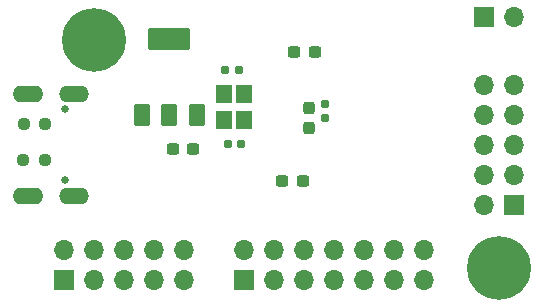
<source format=gbr>
%TF.GenerationSoftware,KiCad,Pcbnew,7.0.6*%
%TF.CreationDate,2023-11-02T18:38:28-04:00*%
%TF.ProjectId,FT2232_Board,46543232-3332-45f4-926f-6172642e6b69,rev?*%
%TF.SameCoordinates,Original*%
%TF.FileFunction,Soldermask,Bot*%
%TF.FilePolarity,Negative*%
%FSLAX46Y46*%
G04 Gerber Fmt 4.6, Leading zero omitted, Abs format (unit mm)*
G04 Created by KiCad (PCBNEW 7.0.6) date 2023-11-02 18:38:28*
%MOMM*%
%LPD*%
G01*
G04 APERTURE LIST*
G04 Aperture macros list*
%AMRoundRect*
0 Rectangle with rounded corners*
0 $1 Rounding radius*
0 $2 $3 $4 $5 $6 $7 $8 $9 X,Y pos of 4 corners*
0 Add a 4 corners polygon primitive as box body*
4,1,4,$2,$3,$4,$5,$6,$7,$8,$9,$2,$3,0*
0 Add four circle primitives for the rounded corners*
1,1,$1+$1,$2,$3*
1,1,$1+$1,$4,$5*
1,1,$1+$1,$6,$7*
1,1,$1+$1,$8,$9*
0 Add four rect primitives between the rounded corners*
20,1,$1+$1,$2,$3,$4,$5,0*
20,1,$1+$1,$4,$5,$6,$7,0*
20,1,$1+$1,$6,$7,$8,$9,0*
20,1,$1+$1,$8,$9,$2,$3,0*%
G04 Aperture macros list end*
%ADD10C,0.630000*%
%ADD11C,0.600000*%
%ADD12O,2.520000X1.362000*%
%ADD13O,2.604000X1.404000*%
%ADD14C,0.800000*%
%ADD15C,5.400000*%
%ADD16RoundRect,0.102000X0.600000X0.700000X-0.600000X0.700000X-0.600000X-0.700000X0.600000X-0.700000X0*%
%ADD17RoundRect,0.102000X1.650000X0.800000X-1.650000X0.800000X-1.650000X-0.800000X1.650000X-0.800000X0*%
%ADD18RoundRect,0.102000X0.600000X0.800000X-0.600000X0.800000X-0.600000X-0.800000X0.600000X-0.800000X0*%
%ADD19RoundRect,0.237500X0.250000X0.237500X-0.250000X0.237500X-0.250000X-0.237500X0.250000X-0.237500X0*%
%ADD20RoundRect,0.237500X-0.250000X-0.237500X0.250000X-0.237500X0.250000X0.237500X-0.250000X0.237500X0*%
%ADD21R,1.700000X1.700000*%
%ADD22O,1.700000X1.700000*%
%ADD23RoundRect,0.160000X-0.160000X0.197500X-0.160000X-0.197500X0.160000X-0.197500X0.160000X0.197500X0*%
%ADD24RoundRect,0.237500X-0.300000X-0.237500X0.300000X-0.237500X0.300000X0.237500X-0.300000X0.237500X0*%
%ADD25RoundRect,0.155000X-0.212500X-0.155000X0.212500X-0.155000X0.212500X0.155000X-0.212500X0.155000X0*%
%ADD26RoundRect,0.155000X0.212500X0.155000X-0.212500X0.155000X-0.212500X-0.155000X0.212500X-0.155000X0*%
%ADD27RoundRect,0.237500X0.300000X0.237500X-0.300000X0.237500X-0.300000X-0.237500X0.300000X-0.237500X0*%
%ADD28RoundRect,0.237500X-0.237500X0.300000X-0.237500X-0.300000X0.237500X-0.300000X0.237500X0.300000X0*%
G04 APERTURE END LIST*
D10*
%TO.C,J1*%
X111798500Y-84628000D03*
D11*
X111798500Y-90628000D03*
D10*
X111798500Y-90628000D03*
D12*
X112523500Y-83308000D03*
X112523500Y-91948000D03*
D13*
X108698500Y-83308000D03*
X108698500Y-91948000D03*
%TD*%
D14*
%TO.C,H2*%
X147107309Y-99475891D03*
D15*
X148539200Y-98044000D03*
D14*
X148539200Y-100069000D03*
X149971091Y-96612109D03*
X146514200Y-98044000D03*
X148539200Y-96019000D03*
X150564200Y-98044000D03*
X149971091Y-99475891D03*
X147107309Y-96612109D03*
%TD*%
%TO.C,H1*%
X112868109Y-80171891D03*
D15*
X114300000Y-78740000D03*
D14*
X114300000Y-80765000D03*
X115731891Y-77308109D03*
X112275000Y-78740000D03*
X114300000Y-76715000D03*
X116325000Y-78740000D03*
X115731891Y-80171891D03*
X112868109Y-77308109D03*
%TD*%
D16*
%TO.C,Y1*%
X126986400Y-83329600D03*
X126986400Y-85529600D03*
X125286400Y-85529600D03*
X125286400Y-83329600D03*
%TD*%
D17*
%TO.C,U3*%
X120650000Y-78678428D03*
D18*
X118350000Y-85078428D03*
X120650000Y-85078428D03*
X122950000Y-85078428D03*
%TD*%
D19*
%TO.C,R8*%
X110109000Y-88900000D03*
X108284000Y-88900000D03*
%TD*%
D20*
%TO.C,R9*%
X108307500Y-85852000D03*
X110132500Y-85852000D03*
%TD*%
D21*
%TO.C,J4*%
X147315000Y-76835000D03*
D22*
X149855000Y-76835000D03*
%TD*%
D21*
%TO.C,J3*%
X127000000Y-99060000D03*
D22*
X127000000Y-96520000D03*
X129540000Y-99060000D03*
X129540000Y-96520000D03*
X132080000Y-99060000D03*
X132080000Y-96520000D03*
X134620000Y-99060000D03*
X134620000Y-96520000D03*
X137160000Y-99060000D03*
X137160000Y-96520000D03*
X139700000Y-99060000D03*
X139700000Y-96520000D03*
X142240000Y-99060000D03*
X142240000Y-96520000D03*
%TD*%
D21*
%TO.C,J5*%
X149860000Y-92710000D03*
D22*
X147320000Y-92710000D03*
X149860000Y-90170000D03*
X147320000Y-90170000D03*
X149860000Y-87630000D03*
X147320000Y-87630000D03*
X149860000Y-85090000D03*
X147320000Y-85090000D03*
X149860000Y-82550000D03*
X147320000Y-82550000D03*
%TD*%
D21*
%TO.C,J2*%
X111760000Y-99060000D03*
D22*
X111760000Y-96520000D03*
X114300000Y-99060000D03*
X114300000Y-96520000D03*
X116840000Y-99060000D03*
X116840000Y-96520000D03*
X119380000Y-99060000D03*
X119380000Y-96520000D03*
X121920000Y-99060000D03*
X121920000Y-96520000D03*
%TD*%
D23*
%TO.C,FB1*%
X133781800Y-85382700D03*
X133781800Y-84187700D03*
%TD*%
D24*
%TO.C,C4*%
X120930500Y-88011000D03*
X122655500Y-88011000D03*
%TD*%
D25*
%TO.C,C5*%
X125586400Y-87529600D03*
X126721400Y-87529600D03*
%TD*%
D26*
%TO.C,C6*%
X126518900Y-81329600D03*
X125383900Y-81329600D03*
%TD*%
D24*
%TO.C,C7*%
X131217500Y-79806800D03*
X132942500Y-79806800D03*
%TD*%
D27*
%TO.C,C9*%
X131926500Y-90678000D03*
X130201500Y-90678000D03*
%TD*%
D28*
%TO.C,C8*%
X132461000Y-84481500D03*
X132461000Y-86206500D03*
%TD*%
M02*

</source>
